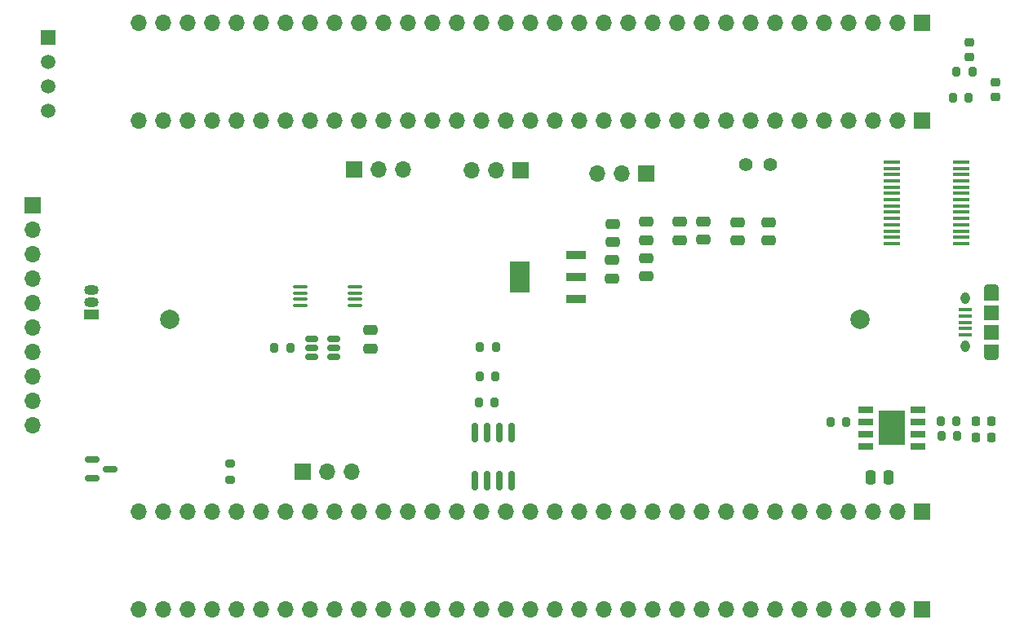
<source format=gbr>
%TF.GenerationSoftware,KiCad,Pcbnew,6.0.4-6f826c9f35~116~ubuntu21.10.1*%
%TF.CreationDate,2022-04-08T15:22:27+02:00*%
%TF.ProjectId,main,6d61696e-2e6b-4696-9361-645f70636258,rev?*%
%TF.SameCoordinates,Original*%
%TF.FileFunction,Soldermask,Top*%
%TF.FilePolarity,Negative*%
%FSLAX46Y46*%
G04 Gerber Fmt 4.6, Leading zero omitted, Abs format (unit mm)*
G04 Created by KiCad (PCBNEW 6.0.4-6f826c9f35~116~ubuntu21.10.1) date 2022-04-08 15:22:27*
%MOMM*%
%LPD*%
G01*
G04 APERTURE LIST*
G04 Aperture macros list*
%AMRoundRect*
0 Rectangle with rounded corners*
0 $1 Rounding radius*
0 $2 $3 $4 $5 $6 $7 $8 $9 X,Y pos of 4 corners*
0 Add a 4 corners polygon primitive as box body*
4,1,4,$2,$3,$4,$5,$6,$7,$8,$9,$2,$3,0*
0 Add four circle primitives for the rounded corners*
1,1,$1+$1,$2,$3*
1,1,$1+$1,$4,$5*
1,1,$1+$1,$6,$7*
1,1,$1+$1,$8,$9*
0 Add four rect primitives between the rounded corners*
20,1,$1+$1,$2,$3,$4,$5,0*
20,1,$1+$1,$4,$5,$6,$7,0*
20,1,$1+$1,$6,$7,$8,$9,0*
20,1,$1+$1,$8,$9,$2,$3,0*%
G04 Aperture macros list end*
%ADD10RoundRect,0.200000X0.200000X0.275000X-0.200000X0.275000X-0.200000X-0.275000X0.200000X-0.275000X0*%
%ADD11RoundRect,0.250000X0.475000X-0.250000X0.475000X0.250000X-0.475000X0.250000X-0.475000X-0.250000X0*%
%ADD12RoundRect,0.218750X0.256250X-0.218750X0.256250X0.218750X-0.256250X0.218750X-0.256250X-0.218750X0*%
%ADD13R,1.350000X0.400000*%
%ADD14R,1.550000X1.500000*%
%ADD15O,1.550000X0.890000*%
%ADD16R,1.550000X1.200000*%
%ADD17O,0.950000X1.250000*%
%ADD18RoundRect,0.100000X-0.637500X-0.100000X0.637500X-0.100000X0.637500X0.100000X-0.637500X0.100000X0*%
%ADD19R,1.750000X0.450000*%
%ADD20R,2.150000X0.950000*%
%ADD21R,2.150000X3.250000*%
%ADD22RoundRect,0.200000X-0.200000X-0.275000X0.200000X-0.275000X0.200000X0.275000X-0.200000X0.275000X0*%
%ADD23RoundRect,0.250000X-0.250000X-0.475000X0.250000X-0.475000X0.250000X0.475000X-0.250000X0.475000X0*%
%ADD24R,1.700000X1.700000*%
%ADD25O,1.700000X1.700000*%
%ADD26RoundRect,0.250000X-0.475000X0.250000X-0.475000X-0.250000X0.475000X-0.250000X0.475000X0.250000X0*%
%ADD27RoundRect,0.218750X-0.218750X-0.256250X0.218750X-0.256250X0.218750X0.256250X-0.218750X0.256250X0*%
%ADD28RoundRect,0.150000X-0.512500X-0.150000X0.512500X-0.150000X0.512500X0.150000X-0.512500X0.150000X0*%
%ADD29RoundRect,0.150000X-0.587500X-0.150000X0.587500X-0.150000X0.587500X0.150000X-0.587500X0.150000X0*%
%ADD30RoundRect,0.200000X0.275000X-0.200000X0.275000X0.200000X-0.275000X0.200000X-0.275000X-0.200000X0*%
%ADD31RoundRect,0.150000X0.150000X-0.825000X0.150000X0.825000X-0.150000X0.825000X-0.150000X-0.825000X0*%
%ADD32R,1.500000X0.650000*%
%ADD33R,2.700000X3.600000*%
%ADD34C,1.400000*%
%ADD35R,1.500000X1.500000*%
%ADD36C,1.500000*%
%ADD37R,1.500000X1.050000*%
%ADD38O,1.500000X1.050000*%
%ADD39C,2.000000*%
G04 APERTURE END LIST*
D10*
%TO.C,R9*%
X185565000Y-71090000D03*
X183915000Y-71090000D03*
%TD*%
D11*
%TO.C,C7*%
X148200000Y-88780000D03*
X148200000Y-86880000D03*
%TD*%
%TO.C,C6*%
X123050000Y-99850000D03*
X123050000Y-97950000D03*
%TD*%
D10*
%TO.C,R10*%
X185175000Y-73810000D03*
X183525000Y-73810000D03*
%TD*%
D12*
%TO.C,D3*%
X185250000Y-69567500D03*
X185250000Y-67992500D03*
%TD*%
D13*
%TO.C,J1*%
X184800000Y-98440000D03*
X184800000Y-97790000D03*
X184800000Y-97140000D03*
X184800000Y-96490000D03*
X184800000Y-95840000D03*
D14*
X187500000Y-98140000D03*
D15*
X187500000Y-100640000D03*
D16*
X187500000Y-94240000D03*
D17*
X184800000Y-99640000D03*
X184800000Y-94640000D03*
D16*
X187500000Y-100040000D03*
D15*
X187500000Y-93640000D03*
D14*
X187500000Y-96140000D03*
%TD*%
D18*
%TO.C,U3*%
X115787500Y-93445000D03*
X115787500Y-94095000D03*
X115787500Y-94745000D03*
X115787500Y-95395000D03*
X121512500Y-95395000D03*
X121512500Y-94745000D03*
X121512500Y-94095000D03*
X121512500Y-93445000D03*
%TD*%
D11*
%TO.C,C2*%
X151740000Y-92370000D03*
X151740000Y-90470000D03*
%TD*%
D19*
%TO.C,U8*%
X177220000Y-80485000D03*
X177220000Y-81135000D03*
X177220000Y-81785000D03*
X177220000Y-82435000D03*
X177220000Y-83085000D03*
X177220000Y-83735000D03*
X177220000Y-84385000D03*
X177220000Y-85035000D03*
X177220000Y-85685000D03*
X177220000Y-86335000D03*
X177220000Y-86985000D03*
X177220000Y-87635000D03*
X177220000Y-88285000D03*
X177220000Y-88935000D03*
X184420000Y-88935000D03*
X184420000Y-88285000D03*
X184420000Y-87635000D03*
X184420000Y-86985000D03*
X184420000Y-86335000D03*
X184420000Y-85685000D03*
X184420000Y-85035000D03*
X184420000Y-84385000D03*
X184420000Y-83735000D03*
X184420000Y-83085000D03*
X184420000Y-82435000D03*
X184420000Y-81785000D03*
X184420000Y-81135000D03*
X184420000Y-80485000D03*
%TD*%
D20*
%TO.C,VR1*%
X144420000Y-94730000D03*
X144420000Y-92430000D03*
X144420000Y-90130000D03*
D21*
X138620000Y-92430000D03*
%TD*%
D22*
%TO.C,R3*%
X170837500Y-107480000D03*
X172487500Y-107480000D03*
%TD*%
D23*
%TO.C,C1*%
X174970000Y-113270000D03*
X176870000Y-113270000D03*
%TD*%
D24*
%TO.C,J3*%
X180340000Y-76200000D03*
D25*
X177800000Y-76200000D03*
X175260000Y-76200000D03*
X172720000Y-76200000D03*
X170180000Y-76200000D03*
X167640000Y-76200000D03*
X165100000Y-76200000D03*
X162560000Y-76200000D03*
X160020000Y-76200000D03*
X157480000Y-76200000D03*
X154940000Y-76200000D03*
X152400000Y-76200000D03*
X149860000Y-76200000D03*
X147320000Y-76200000D03*
X144780000Y-76200000D03*
X142240000Y-76200000D03*
X139700000Y-76200000D03*
X137160000Y-76200000D03*
X134620000Y-76200000D03*
X132080000Y-76200000D03*
X129540000Y-76200000D03*
X127000000Y-76200000D03*
X124460000Y-76200000D03*
X121920000Y-76200000D03*
X119380000Y-76200000D03*
X116840000Y-76200000D03*
X114300000Y-76200000D03*
X111760000Y-76200000D03*
X109220000Y-76200000D03*
X106680000Y-76200000D03*
X104140000Y-76200000D03*
X101600000Y-76200000D03*
X99060000Y-76200000D03*
%TD*%
D22*
%TO.C,R1*%
X182347500Y-108910000D03*
X183997500Y-108910000D03*
%TD*%
D11*
%TO.C,C3*%
X148150000Y-92560000D03*
X148150000Y-90660000D03*
%TD*%
D26*
%TO.C,C8*%
X164430000Y-86710000D03*
X164430000Y-88610000D03*
%TD*%
D24*
%TO.C,J2*%
X180340000Y-66040000D03*
D25*
X177800000Y-66040000D03*
X175260000Y-66040000D03*
X172720000Y-66040000D03*
X170180000Y-66040000D03*
X167640000Y-66040000D03*
X165100000Y-66040000D03*
X162560000Y-66040000D03*
X160020000Y-66040000D03*
X157480000Y-66040000D03*
X154940000Y-66040000D03*
X152400000Y-66040000D03*
X149860000Y-66040000D03*
X147320000Y-66040000D03*
X144780000Y-66040000D03*
X142240000Y-66040000D03*
X139700000Y-66040000D03*
X137160000Y-66040000D03*
X134620000Y-66040000D03*
X132080000Y-66040000D03*
X129540000Y-66040000D03*
X127000000Y-66040000D03*
X124460000Y-66040000D03*
X121920000Y-66040000D03*
X119380000Y-66040000D03*
X116840000Y-66040000D03*
X114300000Y-66040000D03*
X111760000Y-66040000D03*
X109220000Y-66040000D03*
X106680000Y-66040000D03*
X104140000Y-66040000D03*
X101600000Y-66040000D03*
X99060000Y-66040000D03*
%TD*%
D22*
%TO.C,R2*%
X182257500Y-107440000D03*
X183907500Y-107440000D03*
%TD*%
D27*
%TO.C,D2*%
X185932500Y-109070000D03*
X187507500Y-109070000D03*
%TD*%
D22*
%TO.C,R4*%
X113105000Y-99810000D03*
X114755000Y-99810000D03*
%TD*%
D26*
%TO.C,C9*%
X161200000Y-86730000D03*
X161200000Y-88630000D03*
%TD*%
D10*
%TO.C,R8*%
X136070000Y-102780000D03*
X134420000Y-102780000D03*
%TD*%
%TO.C,R5*%
X136115000Y-99720000D03*
X134465000Y-99720000D03*
%TD*%
D28*
%TO.C,U2*%
X116962500Y-98850000D03*
X116962500Y-99800000D03*
X116962500Y-100750000D03*
X119237500Y-100750000D03*
X119237500Y-99800000D03*
X119237500Y-98850000D03*
%TD*%
D10*
%TO.C,R7*%
X135995000Y-105480000D03*
X134345000Y-105480000D03*
%TD*%
D27*
%TO.C,D1*%
X185915000Y-107410000D03*
X187490000Y-107410000D03*
%TD*%
D24*
%TO.C,J6*%
X180340000Y-127000000D03*
D25*
X177800000Y-127000000D03*
X175260000Y-127000000D03*
X172720000Y-127000000D03*
X170180000Y-127000000D03*
X167640000Y-127000000D03*
X165100000Y-127000000D03*
X162560000Y-127000000D03*
X160020000Y-127000000D03*
X157480000Y-127000000D03*
X154940000Y-127000000D03*
X152400000Y-127000000D03*
X149860000Y-127000000D03*
X147320000Y-127000000D03*
X144780000Y-127000000D03*
X142240000Y-127000000D03*
X139700000Y-127000000D03*
X137160000Y-127000000D03*
X134620000Y-127000000D03*
X132080000Y-127000000D03*
X129540000Y-127000000D03*
X127000000Y-127000000D03*
X124460000Y-127000000D03*
X121920000Y-127000000D03*
X119380000Y-127000000D03*
X116840000Y-127000000D03*
X114300000Y-127000000D03*
X111760000Y-127000000D03*
X109220000Y-127000000D03*
X106680000Y-127000000D03*
X104140000Y-127000000D03*
X101600000Y-127000000D03*
X99060000Y-127000000D03*
%TD*%
D29*
%TO.C,U4*%
X94222500Y-111420000D03*
X94222500Y-113320000D03*
X96097500Y-112370000D03*
%TD*%
D30*
%TO.C,R6*%
X108520000Y-113465000D03*
X108520000Y-111815000D03*
%TD*%
D24*
%TO.C,J5*%
X180340000Y-116840000D03*
D25*
X177800000Y-116840000D03*
X175260000Y-116840000D03*
X172720000Y-116840000D03*
X170180000Y-116840000D03*
X167640000Y-116840000D03*
X165100000Y-116840000D03*
X162560000Y-116840000D03*
X160020000Y-116840000D03*
X157480000Y-116840000D03*
X154940000Y-116840000D03*
X152400000Y-116840000D03*
X149860000Y-116840000D03*
X147320000Y-116840000D03*
X144780000Y-116840000D03*
X142240000Y-116840000D03*
X139700000Y-116840000D03*
X137160000Y-116840000D03*
X134620000Y-116840000D03*
X132080000Y-116840000D03*
X129540000Y-116840000D03*
X127000000Y-116840000D03*
X124460000Y-116840000D03*
X121920000Y-116840000D03*
X119380000Y-116840000D03*
X116840000Y-116840000D03*
X114300000Y-116840000D03*
X111760000Y-116840000D03*
X109220000Y-116840000D03*
X106680000Y-116840000D03*
X104140000Y-116840000D03*
X101600000Y-116840000D03*
X99060000Y-116840000D03*
%TD*%
D12*
%TO.C,D4*%
X187910000Y-73717500D03*
X187910000Y-72142500D03*
%TD*%
D31*
%TO.C,U5*%
X133885000Y-113565000D03*
X135155000Y-113565000D03*
X136425000Y-113565000D03*
X137695000Y-113565000D03*
X137695000Y-108615000D03*
X136425000Y-108615000D03*
X135155000Y-108615000D03*
X133885000Y-108615000D03*
%TD*%
D26*
%TO.C,C10*%
X157650000Y-86620000D03*
X157650000Y-88520000D03*
%TD*%
D11*
%TO.C,C4*%
X155170000Y-88570000D03*
X155170000Y-86670000D03*
%TD*%
%TO.C,C5*%
X151740000Y-88600000D03*
X151740000Y-86700000D03*
%TD*%
D32*
%TO.C,U1*%
X174522500Y-106195000D03*
X174522500Y-107465000D03*
X174522500Y-108735000D03*
X174522500Y-110005000D03*
X179922500Y-110005000D03*
X179922500Y-108735000D03*
X179922500Y-107465000D03*
X179922500Y-106195000D03*
D33*
X177222500Y-108100000D03*
%TD*%
D24*
%TO.C,J4*%
X88030000Y-84995000D03*
D25*
X88030000Y-87535000D03*
X88030000Y-90075000D03*
X88030000Y-92615000D03*
X88030000Y-95155000D03*
X88030000Y-97695000D03*
X88030000Y-100235000D03*
X88030000Y-102775000D03*
X88030000Y-105315000D03*
X88030000Y-107855000D03*
%TD*%
D34*
%TO.C,JP5*%
X162070000Y-80740000D03*
X164610000Y-80740000D03*
%TD*%
D24*
%TO.C,JP1*%
X121385000Y-81280000D03*
D25*
X123925000Y-81280000D03*
X126465000Y-81280000D03*
%TD*%
D35*
%TO.C,U6*%
X89657500Y-67527500D03*
D36*
X89657500Y-70067500D03*
X89657500Y-72607500D03*
X89657500Y-75147500D03*
%TD*%
D37*
%TO.C,U7*%
X94140000Y-96330000D03*
D38*
X94140000Y-95060000D03*
X94140000Y-93790000D03*
%TD*%
D24*
%TO.C,JP3*%
X138625000Y-81360000D03*
D25*
X136085000Y-81360000D03*
X133545000Y-81360000D03*
%TD*%
D39*
%TO.C,BT1*%
X102270000Y-96830000D03*
X173870000Y-96830000D03*
%TD*%
D24*
%TO.C,JP2*%
X116020000Y-112640000D03*
D25*
X118560000Y-112640000D03*
X121100000Y-112640000D03*
%TD*%
D24*
%TO.C,JP4*%
X151740000Y-81660000D03*
D25*
X149200000Y-81660000D03*
X146660000Y-81660000D03*
%TD*%
M02*

</source>
